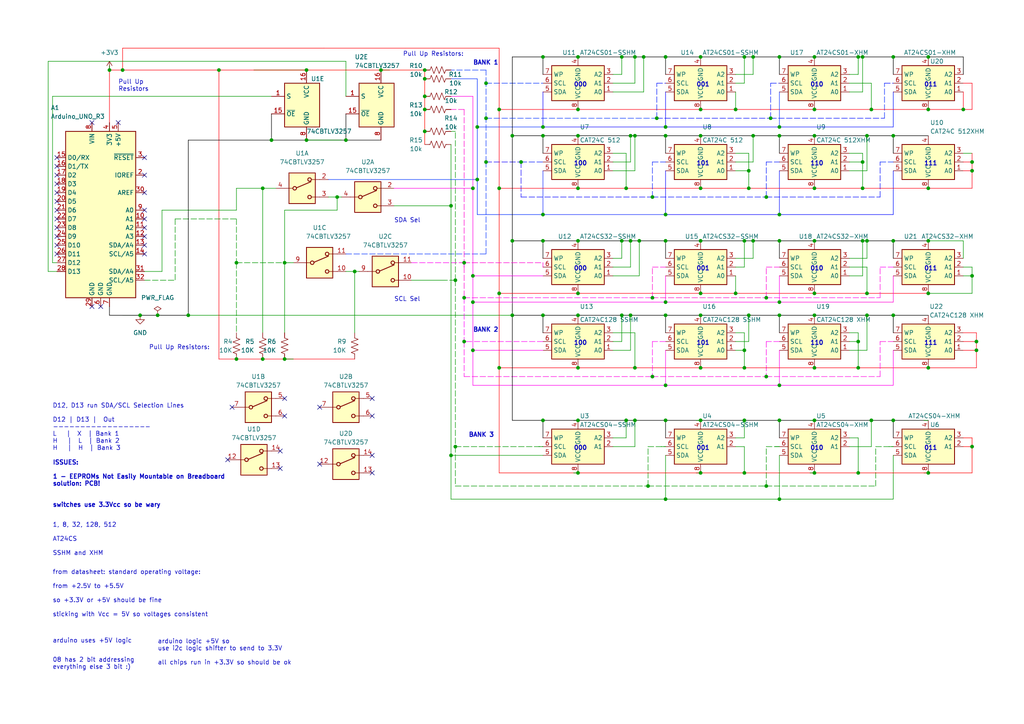
<source format=kicad_sch>
(kicad_sch (version 20231120) (generator "eeschema") (generator_version "8.0")
  (paper "A4")
  (junction (at 186.69 16.51))
  (junction (at 236.22 106.68))
  (junction (at 193.04 39.37))
  (junction (at 281.94 129.54))
  (junction (at 100.33 40.64))
  (junction (at 222.25 57.15))
  (junction (at 123.19 20.32))
  (junction (at 250.19 69.85))
  (junction (at 157.48 16.51))
  (junction (at 144.78 106.68))
  (junction (at 157.48 69.85))
  (junction (at 189.23 109.22))
  (junction (at 130.81 132.08))
  (junction (at 259.08 16.51))
  (junction (at 193.04 36.83))
  (junction (at 236.22 39.37))
  (junction (at 236.22 91.44))
  (junction (at 279.4 31.75))
  (junction (at 78.74 40.64))
  (junction (at 68.58 76.2))
  (junction (at 251.46 39.37))
  (junction (at 215.9 106.68))
  (junction (at 134.62 76.2))
  (junction (at 215.9 101.6))
  (junction (at 82.55 76.2))
  (junction (at 269.24 69.85))
  (junction (at 193.04 144.78))
  (junction (at 182.88 69.85))
  (junction (at 130.81 59.69))
  (junction (at 226.06 87.63))
  (junction (at 251.46 69.85))
  (junction (at 140.97 46.99))
  (junction (at 167.64 137.16))
  (junction (at 203.2 69.85))
  (junction (at 97.79 57.15))
  (junction (at 222.25 86.36))
  (junction (at 269.24 16.51))
  (junction (at 144.78 54.61))
  (junction (at 184.15 39.37))
  (junction (at 193.04 16.51))
  (junction (at 157.48 91.44))
  (junction (at 236.22 137.16))
  (junction (at 167.64 106.68))
  (junction (at 76.2 54.61))
  (junction (at 259.08 121.92))
  (junction (at 140.97 24.13))
  (junction (at 217.17 49.53))
  (junction (at 248.92 106.68))
  (junction (at 138.43 52.07))
  (junction (at 226.06 39.37))
  (junction (at 102.87 78.74))
  (junction (at 203.2 39.37))
  (junction (at 123.19 27.94))
  (junction (at 193.04 111.76))
  (junction (at 281.94 49.53))
  (junction (at 68.58 104.14))
  (junction (at 88.9 20.32))
  (junction (at 269.24 85.09))
  (junction (at 223.52 34.29))
  (junction (at 148.59 39.37))
  (junction (at 167.64 121.92))
  (junction (at 184.15 106.68))
  (junction (at 217.17 91.44))
  (junction (at 250.19 54.61))
  (junction (at 226.06 69.85))
  (junction (at 283.21 101.6))
  (junction (at 134.62 99.06))
  (junction (at 252.73 31.75))
  (junction (at 250.19 46.99))
  (junction (at 137.16 80.01))
  (junction (at 82.55 104.14))
  (junction (at 251.46 85.09))
  (junction (at 226.06 91.44))
  (junction (at 193.04 91.44))
  (junction (at 226.06 111.76))
  (junction (at 123.19 38.1))
  (junction (at 167.64 31.75))
  (junction (at 248.92 16.51))
  (junction (at 236.22 16.51))
  (junction (at 269.24 31.75))
  (junction (at 180.34 69.85))
  (junction (at 250.19 16.51))
  (junction (at 226.06 62.23))
  (junction (at 236.22 69.85))
  (junction (at 157.48 39.37))
  (junction (at 137.16 101.6))
  (junction (at 203.2 106.68))
  (junction (at 203.2 137.16))
  (junction (at 134.62 86.36))
  (junction (at 45.72 91.44))
  (junction (at 189.23 57.15))
  (junction (at 203.2 91.44))
  (junction (at 76.2 104.14))
  (junction (at 203.2 54.61))
  (junction (at 215.9 137.16))
  (junction (at 269.24 106.68))
  (junction (at 167.64 69.85))
  (junction (at 54.61 91.44))
  (junction (at 236.22 31.75))
  (junction (at 215.9 69.85))
  (junction (at 185.42 69.85))
  (junction (at 193.04 121.92))
  (junction (at 31.75 20.32))
  (junction (at 167.64 39.37))
  (junction (at 138.43 36.83))
  (junction (at 193.04 62.23))
  (junction (at 281.94 80.01))
  (junction (at 157.48 121.92))
  (junction (at 218.44 39.37))
  (junction (at 226.06 36.83))
  (junction (at 144.78 31.75))
  (junction (at 269.24 137.16))
  (junction (at 236.22 121.92))
  (junction (at 226.06 16.51))
  (junction (at 132.08 129.54))
  (junction (at 167.64 85.09))
  (junction (at 167.64 91.44))
  (junction (at 40.64 91.44))
  (junction (at 110.49 20.32))
  (junction (at 203.2 16.51))
  (junction (at 123.19 31.75))
  (junction (at 137.16 54.61))
  (junction (at 180.34 91.44))
  (junction (at 184.15 121.92))
  (junction (at 63.5 20.32))
  (junction (at 184.15 16.51))
  (junction (at 144.78 85.09))
  (junction (at 213.36 31.75))
  (junction (at 251.46 91.44))
  (junction (at 193.04 69.85))
  (junction (at 259.08 39.37))
  (junction (at 269.24 54.61))
  (junction (at 259.08 91.44))
  (junction (at 222.25 140.97))
  (junction (at 180.34 16.51))
  (junction (at 157.48 62.23))
  (junction (at 132.08 81.28))
  (junction (at 222.25 109.22))
  (junction (at 217.17 54.61))
  (junction (at 215.9 121.92))
  (junction (at 203.2 121.92))
  (junction (at 203.2 31.75))
  (junction (at 181.61 54.61))
  (junction (at 148.59 69.85))
  (junction (at 137.16 87.63))
  (junction (at 193.04 87.63))
  (junction (at 182.88 91.44))
  (junction (at 151.13 46.99))
  (junction (at 215.9 16.51))
  (junction (at 252.73 121.92))
  (junction (at 189.23 86.36))
  (junction (at 181.61 121.92))
  (junction (at 283.21 99.06))
  (junction (at 281.94 46.99))
  (junction (at 123.19 22.86))
  (junction (at 248.92 99.06))
  (junction (at 157.48 36.83))
  (junction (at 190.5 34.29))
  (junction (at 236.22 85.09))
  (junction (at 218.44 16.51))
  (junction (at 248.92 137.16))
  (junction (at 236.22 54.61))
  (junction (at 35.56 20.32))
  (junction (at 226.06 121.92))
  (junction (at 226.06 144.78))
  (junction (at 167.64 54.61))
  (junction (at 203.2 85.09))
  (junction (at 218.44 69.85))
  (junction (at 88.9 40.64))
  (junction (at 187.96 140.97))
  (junction (at 140.97 34.29))
  (junction (at 148.59 91.44))
  (junction (at 167.64 16.51))
  (junction (at 259.08 69.85))
  (junction (at 213.36 85.09))
  (junction (at 182.88 39.37))
  (no_connect (at 66.04 133.35))
  (no_connect (at 16.51 68.58))
  (no_connect (at 107.95 120.65))
  (no_connect (at 107.95 132.08))
  (no_connect (at 16.51 63.5))
  (no_connect (at 41.91 63.5))
  (no_connect (at 82.55 120.65))
  (no_connect (at 107.95 137.16))
  (no_connect (at 41.91 68.58))
  (no_connect (at 16.51 55.88))
  (no_connect (at 16.51 73.66))
  (no_connect (at 92.71 118.11))
  (no_connect (at 41.91 71.12))
  (no_connect (at 16.51 71.12))
  (no_connect (at 16.51 45.72))
  (no_connect (at 34.29 35.56))
  (no_connect (at 41.91 66.04))
  (no_connect (at 82.55 115.57))
  (no_connect (at 81.28 135.89))
  (no_connect (at 67.31 118.11))
  (no_connect (at 26.67 35.56))
  (no_connect (at 81.28 130.81))
  (no_connect (at 16.51 50.8))
  (no_connect (at 29.21 88.9))
  (no_connect (at 16.51 48.26))
  (no_connect (at 41.91 55.88))
  (no_connect (at 41.91 73.66))
  (no_connect (at 16.51 66.04))
  (no_connect (at 26.67 88.9))
  (no_connect (at 92.71 134.62))
  (no_connect (at 16.51 58.42))
  (no_connect (at 107.95 115.57))
  (no_connect (at 41.91 45.72))
  (no_connect (at 41.91 60.96))
  (no_connect (at 16.51 53.34))
  (no_connect (at 41.91 50.8))
  (no_connect (at 16.51 60.96))
  (wire (pts (xy 248.92 16.51) (xy 250.19 16.51)) (stroke (width 0) (color 0 0 0 1)))
  (wire (pts (xy 217.17 99.06) (xy 217.17 91.44)))
  (wire (pts (xy 177.8 49.53) (xy 184.15 49.53)))
  (wire (pts (xy 213.36 99.06) (xy 217.17 99.06)))
  (wire (pts (xy 215.9 137.16) (xy 236.22 137.16)) (stroke (width 0) (color 255 0 0 1)))
  (wire (pts (xy 88.9 40.64) (xy 99.06 40.64)))
  (wire (pts (xy 123.19 31.75) (xy 123.19 38.1)) (stroke (width 0) (color 255 11 0 1)))
  (wire (pts (xy 281.94 129.54) (xy 281.94 127)) (stroke (width 0) (color 255 0 0 1)))
  (wire (pts (xy 123.19 20.32) (xy 123.19 22.86)) (stroke (width 0) (color 255 11 0 1)))
  (wire (pts (xy 279.4 77.47) (xy 281.94 77.47)))
  (wire (pts (xy 218.44 74.93) (xy 218.44 69.85)))
  (wire (pts (xy 213.36 85.09) (xy 236.22 85.09)) (stroke (width 0) (color 255 0 17 1)))
  (wire (pts (xy 248.92 21.59) (xy 248.92 16.51)))
  (wire (pts (xy 279.4 80.01) (xy 281.94 80.01)))
  (wire (pts (xy 246.38 127) (xy 248.92 127)))
  (wire (pts (xy 246.38 129.54) (xy 252.73 129.54)))
  (wire (pts (xy 281.94 137.16) (xy 281.94 129.54)) (stroke (width 0) (color 255 0 0 1)))
  (wire (pts (xy 144.78 13.97) (xy 144.78 31.75)) (stroke (width 0) (color 255 0 7 1)))
  (wire (pts (xy 193.04 69.85) (xy 193.04 74.93)) (stroke (width 0) (color 0 0 0 1)))
  (wire (pts (xy 279.4 46.99) (xy 281.94 46.99)) (stroke (width 0) (color 255 0 19 1)))
  (wire (pts (xy 182.88 39.37) (xy 184.15 39.37)) (stroke (width 0) (color 0 0 0 1)))
  (wire (pts (xy 137.16 27.94) (xy 130.81 27.94)) (stroke (width 0) (color 255 0 225 1)))
  (wire (pts (xy 279.4 16.51) (xy 279.4 21.59)) (stroke (width 0) (color 0 0 0 1)))
  (wire (pts (xy 157.48 76.2) (xy 157.48 77.47)) (stroke (width 0) (type dash) (color 255 0 206 1)))
  (wire (pts (xy 213.36 49.53) (xy 217.17 49.53)))
  (wire (pts (xy 144.78 85.09) (xy 144.78 106.68)) (stroke (width 0) (color 255 0 17 1)))
  (wire (pts (xy 259.08 91.44) (xy 269.24 91.44)) (stroke (width 0) (color 0 0 0 1)))
  (wire (pts (xy 251.46 39.37) (xy 259.08 39.37)) (stroke (width 0) (color 0 0 0 1)))
  (wire (pts (xy 193.04 129.54) (xy 191.77 129.54)))
  (wire (pts (xy 137.16 80.01) (xy 137.16 87.63)) (stroke (width 0) (color 255 0 234 1)))
  (wire (pts (xy 226.06 144.78) (xy 226.06 132.08)))
  (wire (pts (xy 279.4 69.85) (xy 269.24 69.85)))
  (wire (pts (xy 100.33 78.74) (xy 102.87 78.74)))
  (wire (pts (xy 137.16 80.01) (xy 157.48 80.01)) (stroke (width 0) (color 255 0 244 1)))
  (wire (pts (xy 248.92 106.68) (xy 269.24 106.68)) (stroke (width 0) (color 255 0 17 1)))
  (wire (pts (xy 254 140.97) (xy 254 129.54)) (stroke (width 0) (type dash)))
  (wire (pts (xy 132.08 38.1) (xy 130.81 38.1)) (stroke (width 0) (type dash)))
  (wire (pts (xy 269.24 137.16) (xy 267.97 137.16)))
  (wire (pts (xy 184.15 39.37) (xy 193.04 39.37)) (stroke (width 0) (color 0 0 0 1)))
  (wire (pts (xy 134.62 76.2) (xy 133.35 76.2)) (stroke (width 0) (type dash) (color 255 0 207 1)))
  (wire (pts (xy 157.48 16.51) (xy 157.48 21.59)) (stroke (width 0) (color 0 0 0 1)))
  (wire (pts (xy 259.08 87.63) (xy 259.08 80.01)) (stroke (width 0) (color 255 12 213 1)))
  (wire (pts (xy 213.36 26.67) (xy 213.36 31.75)))
  (wire (pts (xy 215.9 101.6) (xy 215.9 106.68)))
  (wire (pts (xy 222.25 99.06) (xy 222.25 109.22)) (stroke (width 0) (type dash) (color 255 0 231 1)))
  (wire (pts (xy 279.4 44.45) (xy 281.94 44.45)))
  (wire (pts (xy 186.69 16.51) (xy 193.04 16.51)) (stroke (width 0) (color 0 0 0 1)))
  (wire (pts (xy 177.8 74.93) (xy 180.34 74.93)))
  (wire (pts (xy 281.94 54.61) (xy 281.94 49.53)) (stroke (width 0) (color 255 0 19 1)))
  (wire (pts (xy 259.08 62.23) (xy 259.08 49.53)) (stroke (width 0) (color 1 20 255 1)))
  (wire (pts (xy 246.38 46.99) (xy 250.19 46.99)))
  (wire (pts (xy 246.38 101.6) (xy 251.46 101.6)))
  (wire (pts (xy 203.2 69.85) (xy 215.9 69.85)) (stroke (width 0) (color 0 0 0 1)))
  (wire (pts (xy 248.92 99.06) (xy 248.92 106.68)))
  (wire (pts (xy 246.38 80.01) (xy 250.19 80.01)))
  (wire (pts (xy 259.08 39.37) (xy 269.24 39.37)) (stroke (width 0) (color 0 0 0 1)))
  (wire (pts (xy 217.17 91.44) (xy 226.06 91.44)) (stroke (width 0) (color 0 0 0 1)))
  (wire (pts (xy 177.8 101.6) (xy 182.88 101.6)))
  (wire (pts (xy 236.22 54.61) (xy 250.19 54.61)) (stroke (width 0) (color 255 0 19 1)))
  (wire (pts (xy 187.96 140.97) (xy 187.96 129.54)) (stroke (width 0) (type dash)))
  (wire (pts (xy 95.25 52.07) (xy 138.43 52.07)) (stroke (width 0) (color 0 51 255 1)))
  (wire (pts (xy 189.23 57.15) (xy 222.25 57.15)) (stroke (width 0) (type dash) (color 4 15 255 1)))
  (wire (pts (xy 182.88 69.85) (xy 185.42 69.85)) (stroke (width 0) (color 0 0 0 1)))
  (wire (pts (xy 259.08 111.76) (xy 259.08 101.6)) (stroke (width 0) (color 255 0 234 1)))
  (wire (pts (xy 148.59 91.44) (xy 148.59 121.92)) (stroke (width 0) (color 0 0 0 1)))
  (wire (pts (xy 148.59 39.37) (xy 157.48 39.37)) (stroke (width 0) (color 0 0 0 1)))
  (wire (pts (xy 281.94 127) (xy 279.4 127)) (stroke (width 0) (color 255 0 0 1)))
  (wire (pts (xy 137.16 54.61) (xy 137.16 80.01)) (stroke (width 0) (color 255 0 225 1)))
  (wire (pts (xy 180.34 99.06) (xy 180.34 91.44)))
  (wire (pts (xy 259.08 16.51) (xy 269.24 16.51)) (stroke (width 0) (color 0 0 0 1)))
  (wire (pts (xy 259.08 36.83) (xy 259.08 26.67)) (stroke (width 0) (color 2 23 255 1)))
  (wire (pts (xy 259.08 144.78) (xy 259.08 132.08)))
  (wire (pts (xy 203.2 16.51) (xy 215.9 16.51)) (stroke (width 0) (color 0 0 0 1)))
  (wire (pts (xy 246.38 77.47) (xy 251.46 77.47)))
  (wire (pts (xy 151.13 57.15) (xy 189.23 57.15)) (stroke (width 0) (type dash) (color 0 1 255 1)))
  (wire (pts (xy 31.75 91.44) (xy 40.64 91.44)) (stroke (width 0) (color 0 0 0 1)))
  (wire (pts (xy 40.64 91.44) (xy 45.72 91.44)) (stroke (width 0) (color 0 0 0 1)))
  (wire (pts (xy 104.14 78.74) (xy 102.87 78.74)))
  (wire (pts (xy 157.48 69.85) (xy 167.64 69.85)) (stroke (width 0) (color 0 0 0 1)))
  (wire (pts (xy 250.19 16.51) (xy 250.19 26.67)))
  (wire (pts (xy 68.58 63.5) (xy 68.58 76.2)) (stroke (width 0) (type dash)))
  (wire (pts (xy 217.17 49.53) (xy 217.17 54.61)))
  (wire (pts (xy 140.97 20.32) (xy 130.81 20.32)) (stroke (width 0) (type dash) (color 6 52 255 1)))
  (wire (pts (xy 137.16 101.6) (xy 157.48 101.6)) (stroke (width 0) (color 255 0 234 1)))
  (wire (pts (xy 15.24 76.2) (xy 16.51 76.2)))
  (wire (pts (xy 73.66 20.32) (xy 88.9 20.32)))
  (wire (pts (xy 40.64 91.44) (xy 35.56 91.44)))
  (wire (pts (xy 123.19 38.1) (xy 123.19 41.91)) (stroke (width 0) (color 255 11 0 1)))
  (wire (pts (xy 157.48 62.23) (xy 193.04 62.23)) (stroke (width 0) (color 18 42 255 1)))
  (wire (pts (xy 222.25 86.36) (xy 255.27 86.36)) (stroke (width 0) (type dash) (color 255 0 230 1)))
  (wire (pts (xy 134.62 76.2) (xy 157.48 76.2)) (stroke (width 0) (type dash) (color 255 0 206 1)))
  (wire (pts (xy 283.21 96.52) (xy 279.4 96.52)) (stroke (width 0) (color 255 0 17 1)))
  (wire (pts (xy 226.06 16.51) (xy 236.22 16.51)) (stroke (width 0) (color 0 0 0 1)))
  (wire (pts (xy 222.25 109.22) (xy 255.27 109.22)) (stroke (width 0) (type dash) (color 255 12 225 1)))
  (wire (pts (xy 181.61 127) (xy 181.61 121.92)))
  (wire (pts (xy 137.16 54.61) (xy 137.16 27.94)) (stroke (width 0) (color 255 0 225 1)))
  (wire (pts (xy 226.06 129.54) (xy 224.79 129.54)))
  (wire (pts (xy 35.56 13.97) (xy 93.98 13.97)) (stroke (width 0) (color 255 0 6 1)))
  (wire (pts (xy 251.46 85.09) (xy 269.24 85.09)) (stroke (width 0) (color 255 0 17 1)))
  (wire (pts (xy 132.08 129.54) (xy 157.48 129.54)) (stroke (width 0) (type dash)))
  (wire (pts (xy 184.15 121.92) (xy 193.04 121.92)) (stroke (width 0) (color 0 0 0 1)))
  (wire (pts (xy 226.06 91.44) (xy 226.06 96.52)) (stroke (width 0) (color 0 0 0 1)))
  (wire (pts (xy 193.04 62.23) (xy 193.04 49.53)) (stroke (width 0) (color 5 0 255 1)))
  (wire (pts (xy 190.5 24.13) (xy 193.04 24.13)) (stroke (width 0) (type dash) (color 0 11 255 1)))
  (wire (pts (xy 218.44 39.37) (xy 226.06 39.37)) (stroke (width 0) (color 0 0 0 1)))
  (wire (pts (xy 259.08 121.92) (xy 269.24 121.92)) (stroke (width 0) (color 0 0 0 1)))
  (wire (pts (xy 222.25 140.97) (xy 222.25 129.54)) (stroke (width 0) (type dash)))
  (wire (pts (xy 281.94 129.54) (xy 279.4 129.54)) (stroke (width 0) (color 255 0 0 1)))
  (wire (pts (xy 102.87 78.74) (xy 102.87 96.52)))
  (wire (pts (xy 114.3 54.61) (xy 137.16 54.61)) (stroke (width 0) (color 255 0 225 1)))
  (wire (pts (xy 140.97 73.66) (xy 140.97 46.99)) (stroke (width 0) (type dash) (color 6 52 255 1)))
  (wire (pts (xy 157.48 69.85) (xy 157.48 74.93)) (stroke (width 0) (color 0 0 0 1)))
  (wire (pts (xy 157.48 26.67) (xy 157.48 36.83)) (stroke (width 0) (color 7 0 255 1)))
  (wire (pts (xy 167.64 106.68) (xy 184.15 106.68)) (stroke (width 0) (color 255 0 17 1)))
  (wire (pts (xy 119.38 76.2) (xy 133.35 76.2)) (stroke (width 0) (type dash) (color 255 0 237 1)))
  (wire (pts (xy 100.33 27.94) (xy 100.33 17.78)))
  (wire (pts (xy 213.36 24.13) (xy 215.9 24.13)))
  (wire (pts (xy 63.5 104.14) (xy 68.58 104.14)) (stroke (width 0) (color 255 0 13 1)))
  (wire (pts (xy 110.49 20.32) (xy 123.19 20.32)) (stroke (width 0) (color 255 11 0 1)))
  (wire (pts (xy 167.64 31.75) (xy 203.2 31.75)) (stroke (width 0) (color 255 0 19 1)))
  (wire (pts (xy 13.97 78.74) (xy 16.51 78.74)))
  (wire (pts (xy 222.25 86.36) (xy 222.25 77.47)) (stroke (width 0) (type dash) (color 255 0 211 1)))
  (wire (pts (xy 269.24 106.68) (xy 283.21 106.68)) (stroke (width 0) (color 255 0 17 1)))
  (wire (pts (xy 236.22 31.75) (xy 252.73 31.75)) (stroke (width 0) (color 255 0 19 1)))
  (wire (pts (xy 157.48 39.37) (xy 167.64 39.37)) (stroke (width 0) (color 0 0 0 1)))
  (wire (pts (xy 144.78 85.09) (xy 167.64 85.09)) (stroke (width 0) (color 255 0 17 1)))
  (wire (pts (xy 193.04 62.23) (xy 226.06 62.23)) (stroke (width 0) (color 5 0 255 1)))
  (wire (pts (xy 281.94 31.75) (xy 281.94 24.13)) (stroke (width 0) (color 255 0 19 1)))
  (wire (pts (xy 226.06 39.37) (xy 236.22 39.37)) (stroke (width 0) (color 0 0 0 1)))
  (wire (pts (xy 181.61 44.45) (xy 181.61 54.61)))
  (wire (pts (xy 259.08 129.54) (xy 257.81 129.54)))
  (wire (pts (xy 63.5 20.32) (xy 73.66 20.32)) (stroke (width 0) (color 255 0 13 1)))
  (wire (pts (xy 251.46 91.44) (xy 259.08 91.44)) (stroke (width 0) (color 0 0 0 1)))
  (wire (pts (xy 54.61 40.64) (xy 54.61 91.44)) (stroke (width 0) (color 0 0 0 1)))
  (wire (pts (xy 218.44 69.85) (xy 226.06 69.85)) (stroke (width 0) (color 0 0 0 1)))
  (wire (pts (xy 215.9 129.54) (xy 215.9 137.16)))
  (wire (pts (xy 41.91 81.28) (xy 50.8 81.28)) (stroke (width 0) (type dash)))
  (wire (pts (xy 193.04 16.51) (xy 193.04 21.59)) (stroke (width 0) (color 0 0 0 1)))
  (wire (pts (xy 31.75 20.32) (xy 31.75 35.56)) (stroke (width 0) (color 255 0 13 1)))
  (wire (pts (xy 148.59 39.37) (xy 148.59 69.85)) (stroke (width 0) (color 0 0 0 1)))
  (wire (pts (xy 223.52 34.29) (xy 256.54 34.29)) (stroke (width 0) (type dash) (color 0 14 255 1)))
  (wire (pts (xy 134.62 86.36) (xy 189.23 86.36)) (stroke (width 0) (type dash) (color 255 0 231 1)))
  (wire (pts (xy 279.4 31.75) (xy 279.4 26.67)) (stroke (width 0) (color 255 0 19 1)))
  (wire (pts (xy 236.22 106.68) (xy 248.92 106.68)) (stroke (width 0) (color 255 0 17 1)))
  (wire (pts (xy 189.23 46.99) (xy 193.04 46.99)) (stroke (width 0) (type dash) (color 0 29 255 1)))
  (wire (pts (xy 54.61 91.44) (xy 148.59 91.44)))
  (wire (pts (xy 193.04 69.85) (xy 203.2 69.85)) (stroke (width 0) (color 0 0 0 1)))
  (wire (pts (xy 269.24 54.61) (xy 281.94 54.61)) (stroke (width 0) (color 255 0 19 1)))
  (wire (pts (xy 236.22 137.16) (xy 248.92 137.16)) (stroke (width 0) (color 255 0 0 1)))
  (wire (pts (xy 68.58 76.2) (xy 68.58 96.52)) (stroke (width 0) (type dash)))
  (wire (pts (xy 76.2 54.61) (xy 76.2 96.52)))
  (wire (pts (xy 252.73 24.13) (xy 252.73 31.75)))
  (wire (pts (xy 148.59 69.85) (xy 157.48 69.85)) (stroke (width 0) (color 0 0 0 1)))
  (wire (pts (xy 167.64 85.09) (xy 203.2 85.09)) (stroke (width 0) (color 255 0 17 1)))
  (wire (pts (xy 203.2 106.68) (xy 215.9 106.68)) (stroke (width 0) (color 255 0 17 1)))
  (wire (pts (xy 250.19 44.45) (xy 250.19 46.99)))
  (wire (pts (xy 250.19 80.01) (xy 250.19 69.85)))
  (wire (pts (xy 137.16 87.63) (xy 193.04 87.63)) (stroke (width 0) (color 255 0 234 1)))
  (wire (pts (xy 222.25 77.47) (xy 226.06 77.47)) (stroke (width 0) (type dash) (color 255 0 214 1)))
  (wire (pts (xy 184.15 49.53) (xy 184.15 39.37)))
  (wire (pts (xy 203.2 91.44) (xy 217.17 91.44)) (stroke (width 0) (color 0 0 0 1)))
  (wire (pts (xy 144.78 106.68) (xy 144.78 137.16)) (stroke (width 0) (color 255 18 22 1)))
  (wire (pts (xy 193.04 121.92) (xy 193.04 127)) (stroke (width 0) (color 0 0 0 1)))
  (wire (pts (xy 137.16 101.6) (xy 137.16 111.76)) (stroke (width 0) (color 255 0 234 1)))
  (wire (pts (xy 138.43 36.83) (xy 157.48 36.83)) (stroke (width 0) (color 0 43 255 1)))
  (wire (pts (xy 218.44 16.51) (xy 226.06 16.51)) (stroke (width 0) (color 0 0 0 1)))
  (wire (pts (xy 218.44 16.51) (xy 218.44 21.59)))
  (wire (pts (xy 251.46 101.6) (xy 251.46 91.44)))
  (wire (pts (xy 181.61 54.61) (xy 203.2 54.61)) (stroke (width 0) (color 255 0 19 1)))
  (wire (pts (xy 213.36 31.75) (xy 236.22 31.75)) (stroke (width 0) (color 255 0 19 1)))
  (wire (pts (xy 254 129.54) (xy 259.08 129.54)) (stroke (width 0) (type dash)))
  (wire (pts (xy 236.22 69.85) (xy 250.19 69.85)) (stroke (width 0) (color 0 0 0 1)))
  (wire (pts (xy 140.97 46.99) (xy 140.97 34.29)) (stroke (width 0) (type dash) (color 6 52 255 1)))
  (wire (pts (xy 218.44 46.99) (xy 218.44 39.37)))
  (wire (pts (xy 203.2 137.16) (xy 201.93 137.16)))
  (wire (pts (xy 236.22 91.44) (xy 251.46 91.44)) (stroke (width 0) (color 0 0 0 1)))
  (wire (pts (xy 134.62 99.06) (xy 134.62 109.22)) (stroke (width 0) (type dash) (color 255 0 233 1)))
  (wire (pts (xy 167.64 39.37) (xy 182.88 39.37)) (stroke (width 0) (color 0 0 0 1)))
  (wire (pts (xy 190.5 34.29) (xy 223.52 34.29)) (stroke (width 0) (type dash) (color 0 11 255 1)))
  (wire (pts (xy 110.49 20.32) (xy 113.03 20.32)))
  (wire (pts (xy 259.08 16.51) (xy 259.08 21.59)) (stroke (width 0) (color 0 0 0 1)))
  (wire (pts (xy 167.64 31.75) (xy 144.78 31.75)) (stroke (width 0) (color 255 0 19 1)))
  (wire (pts (xy 167.64 91.44) (xy 180.34 91.44)) (stroke (width 0) (color 0 0 0 1)))
  (wire (pts (xy 114.3 59.69) (xy 130.81 59.69)))
  (wire (pts (xy 185.42 69.85) (xy 193.04 69.85)) (stroke (width 0) (color 0 0 0 1)))
  (wire (pts (xy 180.34 74.93) (xy 180.34 69.85)))
  (wire (pts (xy 279.4 49.53) (xy 281.94 49.53)) (stroke (width 0) (color 255 0 19 1)))
  (wire (pts (xy 134.62 77.47) (xy 134.62 86.36)) (stroke (width 0) (type dash) (color 255 0 209 1)))
  (wire (pts (xy 203.2 31.75) (xy 213.36 31.75)) (stroke (width 0) (color 255 0 19 1)))
  (wire (pts (xy 252.73 121.92) (xy 259.08 121.92)) (stroke (width 0) (color 0 0 0 1)))
  (wire (pts (xy 144.78 54.61) (xy 167.64 54.61)) (stroke (width 0) (color 255 0 19 1)))
  (wire (pts (xy 269.24 16.51) (xy 279.4 16.51)) (stroke (width 0) (color 0 0 0 1)))
  (wire (pts (xy 167.64 137.16) (xy 203.2 137.16)) (stroke (width 0) (color 255 0 0 1)))
  (wire (pts (xy 215.9 16.51) (xy 218.44 16.51)) (stroke (width 0) (color 0 0 0 1)))
  (wire (pts (xy 88.9 40.64) (xy 100.33 40.64)) (stroke (width 0) (color 0 0 0 1)))
  (wire (pts (xy 157.48 39.37) (xy 157.48 44.45)) (stroke (width 0) (color 0 0 0 1)))
  (wire (pts (xy 187.96 129.54) (xy 193.04 129.54)) (stroke (width 0) (type dash)))
  (wire (pts (xy 255.27 86.36) (xy 255.27 77.47)) (stroke (width 0) (type dash) (color 255 8 223 1)))
  (wire (pts (xy 248.92 96.52) (xy 248.92 99.06)))
  (wire (pts (xy 41.91 78.74) (xy 46.99 78.74)))
  (wire (pts (xy 213.36 46.99) (xy 218.44 46.99)))
  (wire (pts (xy 167.64 121.92) (xy 166.37 121.92)))
  (wire (pts (xy 180.34 16.51) (xy 184.15 16.51)) (stroke (width 0) (color 0 0 0 1)))
  (wire (pts (xy 177.8 99.06) (xy 180.34 99.06)))
  (wire (pts (xy 100.33 73.66) (xy 140.97 73.66)) (stroke (width 0) (type dash) (color 6 52 255 1)))
  (wire (pts (xy 189.23 99.06) (xy 189.23 109.22)) (stroke (width 0) (type dash) (color 255 0 241 1)))
  (wire (pts (xy 251.46 77.47) (xy 251.46 85.09)))
  (wire (pts (xy 134.62 31.75) (xy 134.62 76.2)) (stroke (width 0) (type dash) (color 255 0 207 1)))
  (wire (pts (xy 148.59 69.85) (xy 148.59 91.44)) (stroke (width 0) (color 0 0 0 1)))
  (wire (pts (xy 251.46 69.85) (xy 259.08 69.85)) (stroke (width 0) (color 0 0 0 1)))
  (wire (pts (xy 193.04 36.83) (xy 226.06 36.83)) (stroke (width 0) (color 5 0 255 1)))
  (wire (pts (xy 63.5 20.32) (xy 63.5 104.14)) (stroke (width 0) (color 255 0 13 1)))
  (wire (pts (xy 250.19 46.99) (xy 250.19 54.61)))
  (wire (pts (xy 68.58 54.61) (xy 76.2 54.61)))
  (wire (pts (xy 246.38 74.93) (xy 251.46 74.93)))
  (wire (pts (xy 279.4 31.75) (xy 281.94 31.75)) (stroke (width 0) (color 255 0 19 1)))
  (wire (pts (xy 259.08 69.85) (xy 269.24 69.85)) (stroke (width 0) (color 0 0 0 1)))
  (wire (pts (xy 246.38 99.06) (xy 248.92 99.06)))
  (wire (pts (xy 144.78 54.61) (xy 144.78 85.09)) (stroke (width 0) (color 255 2 0 1)))
  (wire (pts (xy 193.04 87.63) (xy 193.04 80.01)) (stroke (width 0) (color 255 3 216 1)))
  (wire (pts (xy 134.62 76.2) (xy 134.62 77.47)) (stroke (width 0) (type dash) (color 255 0 206 1)))
  (wire (pts (xy 226.06 36.83) (xy 259.08 36.83)) (stroke (width 0) (color 0 12 255 1)))
  (wire (pts (xy 100.33 40.64) (xy 110.49 40.64)) (stroke (width 0) (color 0 0 0 1)))
  (wire (pts (xy 134.62 86.36) (xy 134.62 99.06)) (stroke (width 0) (type dash) (color 255 0 254 1)))
  (wire (pts (xy 226.06 16.51) (xy 226.06 21.59)) (stroke (width 0) (color 0 0 0 1)))
  (wire (pts (xy 134.62 76.2) (xy 134.62 77.47)) (stroke (width 0) (type dash) (color 255 0 207 1)))
  (wire (pts (xy 226.06 99.06) (xy 222.25 99.06)) (stroke (width 0) (type dash) (color 255 7 244 1)))
  (wire (pts (xy 193.04 39.37) (xy 203.2 39.37)) (stroke (width 0) (color 0 0 0 1)))
  (wire (pts (xy 215.9 77.47) (xy 215.9 69.85)))
  (wire (pts (xy 140.97 34.29) (xy 190.5 34.29)) (stroke (width 0) (type dash) (color 11 57 255 1)))
  (wire (pts (xy 95.25 57.15) (xy 97.79 57.15)))
  (wire (pts (xy 193.04 144.78) (xy 226.06 144.78)))
  (wire (pts (xy 189.23 77.47) (xy 193.04 77.47)) (stroke (width 0) (type dash) (color 255 0 214 1)))
  (wire (pts (xy 157.48 121.92) (xy 157.48 127)) (stroke (width 0) (color 0 0 0 1)))
  (wire (pts (xy 177.8 24.13) (xy 184.15 24.13)))
  (wire (pts (xy 157.48 49.53) (xy 157.48 62.23)) (stroke (width 0) (color 18 42 255 1)))
  (wire (pts (xy 215.9 69.85) (xy 218.44 69.85)) (stroke (width 0) (color 0 0 0 1)))
  (wire (pts (xy 255.27 99.06) (xy 259.08 99.06)) (stroke (width 0) (type dash) (color 255 6 214 1)))
  (wire (pts (xy 226.06 62.23) (xy 226.06 49.53)) (stroke (width 0) (color 11 19 255 1)))
  (wire (pts (xy 259.08 69.85) (xy 259.08 74.93)) (stroke (width 0) (color 0 0 0 1)))
  (wire (pts (xy 251.46 74.93) (xy 251.46 69.85)))
  (wire (pts (xy 255.27 57.15) (xy 255.27 46.99)) (stroke (width 0) (type dash) (color 0 14 255 1)))
  (wire (pts (xy 215.9 16.51) (xy 215.9 24.13)))
  (wire (pts (xy 215.9 127) (xy 215.9 121.92)))
  (wire (pts (xy 137.16 87.63) (xy 137.16 101.6)) (stroke (width 0) (color 255 0 234 1)))
  (wire (pts (xy 193.04 101.6) (xy 193.04 111.76)) (stroke (width 0) (color 255 0 234 1)))
  (wire (pts (xy 213.36 96.52) (xy 215.9 96.52)))
  (wire (pts (xy 279.4 74.93) (xy 279.4 69.85)))
  (wire (pts (xy 255.27 46.99) (xy 259.08 46.99)) (stroke (width 0) (type dash) (color 0 40 255 1)))
  (wire (pts (xy 283.21 99.06) (xy 283.21 96.52)) (stroke (width 0) (color 255 0 17 1)))
  (wire (pts (xy 54.61 40.64) (xy 78.74 40.64)) (stroke (width 0) (color 0 0 0 1)))
  (wire (pts (xy 167.64 16.51) (xy 180.34 16.51)) (stroke (width 0) (color 0 0 0 1)))
  (wire (pts (xy 189.23 57.15) (xy 189.23 46.99)) (stroke (width 0) (type dash) (color 3 26 255 1)))
  (wire (pts (xy 68.58 76.2) (xy 82.55 76.2)) (stroke (width 0) (type dash)))
  (wire (pts (xy 97.79 60.96) (xy 82.55 60.96)))
  (wire (pts (xy 246.38 96.52) (xy 248.92 96.52)))
  (wire (pts (xy 157.48 121.92) (xy 167.64 121.92)) (stroke (width 0) (color 0 0 0 1)))
  (wire (pts (xy 226.06 62.23) (xy 259.08 62.23)) (stroke (width 0) (color 0 4 255 1)))
  (wire (pts (xy 31.75 20.32) (xy 35.56 20.32)) (stroke (width 0) (color 255 0 13 1)))
  (wire (pts (xy 248.92 127) (xy 248.92 137.16)))
  (wire (pts (xy 203.2 121.92) (xy 201.93 121.92)))
  (wire (pts (xy 31.75 19.05) (xy 31.75 20.32)))
  (wire (pts (xy 255.27 109.22) (xy 255.27 99.06)) (stroke (width 0) (type dash) (color 255 0 231 1)))
  (wire (pts (xy 213.36 101.6) (xy 215.9 101.6)))
  (wire (pts (xy 236.22 16.51) (xy 248.92 16.51)) (stroke (width 0) (color 0 0 0 1)))
  (wire (pts (xy 123.19 22.86) (xy 123.19 27.94)) (stroke (width 0) (color 255 11 0 1)))
  (wire (pts (xy 251.46 49.53) (xy 251.46 39.37)))
  (wire (pts (xy 144.78 137.16) (xy 167.64 137.16)) (stroke (width 0) (color 255 0 0 1)))
  (wire (pts (xy 217.17 44.45) (xy 217.17 49.53)))
  (wire (pts (xy 68.58 104.14) (xy 76.2 104.14)) (stroke (width 0) (color 255 0 13 1)))
  (wire (pts (xy 134.62 31.75) (xy 130.81 31.75)) (stroke (width 0) (type dash) (color 255 0 207 1)))
  (wire (pts (xy 151.13 46.99) (xy 151.13 57.15)) (stroke (width 0) (type dash) (color 15 0 255 1)))
  (wire (pts (xy 137.16 111.76) (xy 193.04 111.76)) (stroke (width 0) (color 255 0 234 1)))
  (wire (pts (xy 281.94 85.09) (xy 269.24 85.09)))
  (wire (pts (xy 215.9 106.68) (xy 236.22 106.68)) (stroke (width 0) (color 255 0 17 1)))
  (wire (pts (xy 177.8 46.99) (xy 182.88 46.99)))
  (wire (pts (xy 157.48 36.83) (xy 193.04 36.83)) (stroke (width 0) (color 7 0 255 1)))
  (wire (pts (xy 78.74 40.64) (xy 88.9 40.64)) (stroke (width 0) (color 0 0 0 1)))
  (wire (pts (xy 193.04 39.37) (xy 193.04 44.45)) (stroke (width 0) (color 0 0 0 1)))
  (wire (pts (xy 215.9 121.92) (xy 226.06 121.92)) (stroke (width 0) (color 0 0 0 1)))
  (wire (pts (xy 177.8 21.59) (xy 180.34 21.59)))
  (wire (pts (xy 138.43 36.83) (xy 138.43 52.07)) (stroke (width 0) (color 0 43 255 1)))
  (wire (pts (xy 182.88 46.99) (xy 182.88 39.37)))
  (wire (pts (xy 223.52 34.29) (xy 223.52 24.13)) (stroke (width 0) (type dash) (color 0 20 255 1)))
  (wire (pts (xy 203.2 85.09) (xy 213.36 85.09)) (stroke (width 0) (color 255 0 17 1)))
  (wire (pts (xy 82.55 76.2) (xy 82.55 96.52)))
  (wire (pts (xy 184.15 96.52) (xy 184.15 106.68)))
  (wire (pts (xy 130.81 59.69) (xy 130.81 41.91)))
  (wire (pts (xy 193.04 87.63) (xy 226.06 87.63)) (stroke (width 0) (color 255 0 221 1)))
  (wire (pts (xy 256.54 24.13) (xy 259.08 24.13)) (stroke (width 0) (type dash) (color 0 11 255 1)))
  (wire (pts (xy 226.06 111.76) (xy 259.08 111.76)) (stroke (width 0) (color 255 0 234 1)))
  (wire (pts (xy 193.04 144.78) (xy 193.04 132.08)))
  (wire (pts (xy 281.94 80.01) (xy 281.94 85.09)))
  (wire (pts (xy 76.2 104.14) (xy 82.55 104.14)) (stroke (width 0) (color 255 0 13 1)))
  (wire (pts (xy 255.27 77.47) (xy 259.08 77.47)) (stroke (width 0) (type dash) (color 255 0 251 1)))
  (wire (pts (xy 189.23 86.36) (xy 189.23 77.47)) (stroke (width 0) (type dash) (color 255 0 202 1)))
  (wire (pts (xy 167.64 121.92) (xy 181.61 121.92)) (stroke (width 0) (color 0 0 0 1)))
  (wire (pts (xy 157.48 16.51) (xy 148.59 16.51)) (stroke (width 0) (color 0 0 0 1)))
  (wire (pts (xy 180.34 21.59) (xy 180.34 16.51)))
  (wire (pts (xy 157.48 91.44) (xy 167.64 91.44)) (stroke (width 0) (color 0 0 0 1)))
  (wire (pts (xy 246.38 26.67) (xy 250.19 26.67)))
  (wire (pts (xy 73.66 20.32) (xy 88.9 20.32)) (stroke (width 0) (color 255 11 0 1)))
  (wire (pts (xy 236.22 137.16) (xy 234.95 137.16)))
  (wire (pts (xy 180.34 69.85) (xy 182.88 69.85)) (stroke (width 0) (color 0 0 0 1)))
  (wire (pts (xy 184.15 129.54) (xy 184.15 121.92)))
  (wire (pts (xy 184.15 16.51) (xy 186.69 16.51)) (stroke (width 0) (color 0 0 0 1)))
  (wire (pts (xy 167.64 16.51) (xy 157.48 16.51)) (stroke (width 0) (color 0 0 0 1)))
  (wire (pts (xy 193.04 121.92) (xy 203.2 121.92)) (stroke (width 0) (color 0 0 0 1)))
  (wire (pts (xy 226.06 121.92) (xy 226.06 127)) (stroke (width 0) (color 0 0 0 1)))
  (wire (pts (xy 222.25 57.15) (xy 255.27 57.15)) (stroke (width 0) (type dash) (color 0 8 255 1)))
  (wire (pts (xy 157.48 129.54) (xy 156.21 129.54)))
  (wire (pts (xy 269.24 137.16) (xy 281.94 137.16)) (stroke (width 0) (color 255 0 0 1)))
  (wire (pts (xy 269.24 121.92) (xy 267.97 121.92)))
  (wire (pts (xy 193.04 111.76) (xy 226.06 111.76)) (stroke (width 0) (color 255 0 234 1)))
  (wire (pts (xy 215.9 96.52) (xy 215.9 101.6)))
  (wire (pts (xy 259.08 91.44) (xy 259.08 96.52)) (stroke (width 0) (color 0 0 0 1)))
  (wire (pts (xy 203.2 137.16) (xy 215.9 137.16)) (stroke (width 0) (color 255 0 0 1)))
  (wire (pts (xy 50.8 63.5) (xy 68.58 63.5)) (stroke (width 0) (type dash)))
  (wire (pts (xy 68.58 60.96) (xy 68.58 54.61)))
  (wire (pts (xy 180.34 91.44) (xy 182.88 91.44)) (stroke (width 0) (color 0 0 0 1)))
  (wire (pts (xy 256.54 34.29) (xy 256.54 24.13)) (stroke (width 0) (type dash) (color 0 36 255 1)))
  (wire (pts (xy 177.8 80.01) (xy 185.42 80.01)))
  (wire (pts (xy 226.06 144.78) (xy 259.08 144.78)))
  (wire (pts (xy 177.8 77.47) (xy 182.88 77.47)))
  (wire (pts (xy 213.36 44.45) (xy 217.17 44.45)))
  (wire (pts (xy 283.21 106.68) (xy 283.21 101.6)) (stroke (width 0) (color 255 0 17 1)))
  (wire (pts (xy 203.2 121.92) (xy 215.9 121.92)) (stroke (width 0) (color 0 0 0 1)))
  (wire (pts (xy 252.73 129.54) (xy 252.73 121.92)))
  (wire (pts (xy 246.38 21.59) (xy 248.92 21.59)))
  (wire (pts (xy 252.73 31.75) (xy 269.24 31.75)) (stroke (width 0) (color 255 0 19 1)))
  (wire (pts (xy 82.55 60.96) (xy 82.55 76.2)))
  (wire (pts (xy 148.59 91.44) (xy 157.48 91.44)) (stroke (width 0) (color 0 0 0 1)))
  (wire (pts (xy 182.88 101.6) (xy 182.88 91.44)))
  (wire (pts (xy 250.19 54.61) (xy 269.24 54.61)) (stroke (width 0) (color 255 0 19 1)))
  (wire (pts (xy 222.25 57.15) (xy 222.25 46.99)) (stroke (width 0) (type dash) (color 0 23 255 1)))
  (wire (pts (xy 283.21 101.6) (xy 283.21 99.06)) (stroke (width 0) (color 255 0 17 1)))
  (wire (pts (xy 140.97 24.13) (xy 157.48 24.13)) (stroke (width 0) (type dash) (color 6 52 255 1)))
  (wire (pts (xy 140.97 34.29) (xy 140.97 24.13)) (stroke (width 0) (type dash) (color 6 52 255 1)))
  (wire (pts (xy 151.13 46.99) (xy 157.48 46.99)) (stroke (width 0) (type dash) (color 0 20 255 1)))
  (wire (pts (xy 82.55 104.14) (xy 85.09 104.14)))
  (wire (pts (xy 193.04 91.44) (xy 203.2 91.44)) (stroke (width 0) (color 0 0 0 1)))
  (wire (pts (xy 213.36 127) (xy 215.9 127)))
  (wire (pts (xy 31.75 91.44) (xy 31.75 88.9)) (stroke (width 0) (color 0 0 0 1)))
  (wire (pts (xy 213.36 21.59) (xy 218.44 21.59)))
  (wire (pts (xy 130.81 144.78) (xy 193.04 144.78)))
  (wire (pts (xy 213.36 129.54) (xy 215.9 129.54)))
  (wire (pts (xy 203.2 54.61) (xy 217.17 54.61)) (stroke (width 0) (color 255 0 19 1)))
  (wire (pts (xy 222.25 129.54) (xy 226.06 129.54)) (stroke (width 0) (type dash)))
  (wire (pts (xy 226.06 87.63) (xy 226.06 80.01)) (stroke (width 0) (color 255 0 239 1)))
  (wire (pts (xy 190.5 34.29) (xy 190.5 24.13)) (stroke (width 0) (type dash) (color 3 26 255 1)))
  (wire (pts (xy 187.96 140.97) (xy 222.25 140.97)) (stroke (width 0) (type dash)))
  (wire (pts (xy 193.04 16.51) (xy 203.2 16.51)) (stroke (width 0) (color 0 0 0 1)))
  (wire (pts (xy 138.43 62.23) (xy 138.43 52.07)) (stroke (width 0) (color 0 43 255 1)))
  (wire (pts (xy 281.94 49.53) (xy 281.94 46.99)) (stroke (width 0) (color 255 0 19 1)))
  (wire (pts (xy 13.97 17.78) (xy 13.97 78.74)))
  (wire (pts (xy 100.33 17.78) (xy 13.97 17.78)))
  (wire (pts (xy 82.55 104.14) (xy 102.87 104.14)) (stroke (width 0) (color 255 0 13 1)))
  (wire (pts (xy 138.43 22.86) (xy 130.81 22.86)) (stroke (width 0) (color 0 43 255 1)))
  (wire (pts (xy 184.15 24.13) (xy 184.15 16.51)))
  (wire (pts (xy 223.52 24.13) (xy 226.06 24.13)) (stroke (width 0) (type dash) (color 0 20 255 1)))
  (wire (pts (xy 248.92 137.16) (xy 269.24 137.16)) (stroke (width 0) (color 255 0 0 1)))
  (wire (pts (xy 130.81 59.69) (xy 130.81 132.08)))
  (wire (pts (xy 182.88 91.44) (xy 193.04 91.44)) (stroke (width 0) (color 0 0 0 1)))
  (wire (pts (xy 132.08 140.97) (xy 187.96 140.97)) (stroke (width 0) (type dash)))
  (wire (pts (xy 236.22 121.92) (xy 252.73 121.92)) (stroke (width 0) (color 0 0 0 1)))
  (wire (pts (xy 182.88 77.47) (xy 182.88 69.85)))
  (wire (pts (xy 226.06 26.67) (xy 226.06 36.83)) (stroke (width 0) (color 16 53 255 1)))
  (wire (pts (xy 269.24 31.75) (xy 279.4 31.75)) (stroke (width 0) (color 255 0 19 1)))
  (wire (pts (xy 134.62 109.22) (xy 189.23 109.22)) (stroke (width 0) (type dash) (color 255 0 222 1)))
  (wire (pts (xy 193.04 26.67) (xy 193.04 36.83)) (stroke (width 0) (color 5 0 255 1)))
  (wire (pts (xy 157.48 62.23) (xy 138.43 62.23)) (stroke (width 0) (color 0 43 255 1)))
  (wire (pts (xy 226.06 69.85) (xy 236.22 69.85)) (stroke (width 0) (color 0 0 0 1)))
  (wire (pts (xy 130.81 132.08) (xy 157.48 132.08)))
  (wire (pts (xy 167.64 137.16) (xy 166.37 137.16)))
  (wire (pts (xy 213.36 80.01) (xy 213.36 85.09)))
  (wire (pts (xy 167.64 54.61) (xy 181.61 54.61)) (stroke (width 0) (color 255 0 19 1)))
  (wire (pts (xy 217.17 54.61) (xy 236.22 54.61)) (stroke (width 0) (color 255 0 19 1)))
  (wire (pts (xy 88.9 20.32) (xy 110.49 20.32)) (stroke (width 0) (color 255 11 0 1)))
  (wire (pts (xy 250.19 16.51) (xy 259.08 16.51)) (stroke (width 0) (color 0 0 0 1)))
  (wire (pts (xy 97.79 57.15) (xy 97.79 60.96)))
  (wire (pts (xy 130.81 132.08) (xy 130.81 144.78)))
  (wire (pts (xy 185.42 80.01) (xy 185.42 69.85)))
  (wire (pts (xy 281.94 24.13) (xy 279.4 24.13)) (stroke (width 0) (color 255 0 19 1)))
  (wire (pts (xy 213.36 74.93) (xy 218.44 74.93)))
  (wire (pts (xy 78.74 40.64) (xy 78.74 33.02)) (stroke (width 0) (color 0 0 0 1)))
  (wire (pts (xy 222.25 140.97) (xy 254 140.97)) (stroke (width 0) (type dash)))
  (wire (pts (xy 281.94 46.99) (xy 281.94 44.45)) (stroke (width 0) (color 255 0 19 1)))
  (wire (pts (xy 246.38 44.45) (xy 250.19 44.45)))
  (wire (pts (xy 167.64 69.85) (xy 180.34 69.85)) (stroke (width 0) (color 0 0 0 1)))
  (wire (pts (xy 148.59 16.51) (xy 148.59 39.37)) (stroke (width 0) (color 0 0 0 1)))
  (wire (pts (xy 246.38 24.13) (xy 252.73 24.13)))
  (wire (pts (xy 226.06 91.44) (xy 236.22 91.44)) (stroke (width 0) (color 0 0 0 1)))
  (wire (pts (xy 35.56 20.32) (xy 63.5 20.32)) (stroke (width 0) (color 255 0 13 1)))
  (wire (pts (xy 193.04 91.44) (xy 193.04 96.52)) (stroke (width 0) (color 0 0 0 1)))
  (wire (pts (xy 140.97 24.13) (xy 140.97 20.32)) (stroke (width 0) (type dash) (color 6 52 255 1)))
  (wire (pts (xy 279.4 101.6) (xy 283.21 101.6)) (stroke (width 0) (color 255 0 17 1)))
  (wire (pts (xy 138.43 36.83) (xy 138.43 22.86)) (stroke (width 0) (color 0 43 255 1)))
  (wire (pts (xy 46.99 60.96) (xy 68.58 60.96)))
  (wire (pts (xy 100.33 40.64) (xy 100.33 33.02)) (stroke (width 0) (color 0 0 0 1)))
  (wire (pts (xy 259.08 121.92) (xy 259.08 127)) (stroke (width 0) (color 0 0 0 1)))
  (wire (pts (xy 134.62 76.2) (xy 133.35 76.2)) (stroke (width 0) (type dash) (color 255 0 206 1)))
  (wire (pts (xy 259.08 39.37) (xy 259.08 44.45)) (stroke (width 0) (color 0 0 0 1)))
  (wire (pts (xy 236.22 85.09) (xy 251.46 85.09)) (stroke (width 0) (color 255 0 17 1)))
  (wire (pts (xy 177.8 129.54) (xy 184.15 129.54)))
  (wire (pts (xy 184.15 106.68) (xy 203.2 106.68)) (stroke (width 0) (color 255 0 17 1)))
  (wire (pts (xy 281.94 77.47) (xy 281.94 80.01)))
  (wire (pts (xy 213.36 77.47) (xy 215.9 77.47)))
  (wire (pts (xy 203.2 39.37) (xy 218.44 39.37)) (stroke (width 0) (color 0 0 0 1)))
  (wire (pts (xy 15.24 27.94) (xy 15.24 76.2)))
  (wire (pts (xy 226.06 87.63) (xy 259.08 87.63)) (stroke (width 0) (color 255 5 210 1)))
  (wire (pts (xy 35.56 13.97) (xy 35.56 20.32)) (stroke (width 0) (color 255 0 6 1)))
  (wire (pts (xy 144.78 31.75) (xy 144.78 54.61)) (stroke (width 0) (color 255 0 19 1)))
  (wire (pts (xy 226.06 101.6) (xy 226.06 111.76)) (stroke (width 0) (color 255 0 234 1)))
  (wire (pts (xy 189.23 86.36) (xy 222.25 86.36)) (stroke (width 0) (type dash) (color 255 1 194 1)))
  (wire (pts (xy 132.08 81.28) (xy 129.54 81.28)) (stroke (width 0) (type dash)))
  (wire (pts (xy 119.38 81.28) (xy 129.54 81.28)))
  (wire (pts (xy 226.06 39.37) (xy 226.06 44.45)) (stroke (width 0) (color 0 0 0 1)))
  (wire (pts (xy 76.2 54.61) (xy 80.01 54.61)))
  (wire (pts (xy 222.25 46.99) (xy 226.06 46.99)) (stroke (width 0) (type dash) (color 0 20 255 1)))
  (wire (pts (xy 157.48 99.06) (xy 134.62 99.06)) (stroke (width 0) (type dash) (color 255 0 244 1)))
  (wire (pts (xy 144.78 106.68) (xy 167.64 106.68)) (stroke (width 0) (color 255 0 17 1)))
  (wire (pts (xy 186.69 26.67) (xy 186.69 16.51)))
  (wire (pts (xy 148.59 121.92) (xy 157.48 121.92)) (stroke (width 0) (color 0 0 0 1)))
  (wire (pts (xy 82.55 76.2) (xy 85.09 76.2)) (stroke (width 0) (type dash)))
  (wire (pts (xy 93.98 13.97) (xy 144.78 13.97)) (stroke (width 0) (color 255 10 16 1)))
  (wire (pts (xy 181.61 121.92) (xy 184.15 121.92)) (stroke (width 0) (color 0 0 0 1)))
  (wire (pts (xy 50.8 63.5) (xy 50.8 81.28)) (stroke (width 0) (type dash)))
  (wire (pts (xy 226.06 121.92) (xy 236.22 121.92)) (stroke (width 0) (color 0 0 0 1)))
  (wire (pts (xy 45.72 91.44) (xy 54.61 91.44)) (stroke (width 0) (color 0 0 0 1)))
  (wire (pts (xy 177.8 44.45) (xy 181.61 44.45)))
  (wire (pts (xy 82.55 76.2) (xy 85.09 76.2)))
  (wire (pts (xy 132.08 81.28) (xy 132.08 129.54)) (stroke (width 0) (type dash)))
  (wire (pts (xy 46.99 60.96) (xy 46.99 78.74)))
  (wire (pts (xy 177.8 127) (xy 181.61 127)))
  (wire (pts (xy 226.06 69.85) (xy 226.06 74.93)) (stroke (width 0) (color 0 0 0 1)))
  (wire (pts (xy 193.04 99.06) (xy 189.23 99.06)) (stroke (width 0) (type dash) (color 255 11 244 1)))
  (wire (pts (xy 189.23 109.22) (xy 222.25 109.22)) (stroke (width 0) (type dash) (color 255 0 211 1)))
  (wire (pts (xy 236.22 39.37) (xy 251.46 39.37)) (stroke (width 0) (color 0 0 0 1)))
  (wire (pts (xy 123.19 27.94) (xy 123.19 31.75)) (stroke (width 0) (color 255 11 0 1)))
  (wire (pts (xy 177.8 96.52) (xy 184.15 96.52)))
  (wire (pts (xy 157.48 91.44) (xy 157.48 96.52)) (stroke (width 0) (color 0 0 0 1)))
  (wire (pts (xy 279.4 99.06) (xy 283.21 99.06)) (stroke (width 0) (color 255 0 17 1)))
  (wire (pts (xy 236.22 121.92) (xy 234.95 121.92)))
  (wire (pts (xy 97.79 57.15) (xy 99.06 57.15)))
  (wire (pts (xy 132.08 129.54) (xy 132.08 140.97)) (stroke (width 0) (type dash)))
  (wire (pts (xy 132.08 81.28) (xy 132.08 38.1)) (stroke (width 0) (type dash)))
  (wire (pts (xy 140.97 46.99) (xy 151.13 46.99)) (stroke (width 0) (type dash) (color 15 0 255 1)))
  (wire (pts (xy 250.19 69.85) (xy 251.46 69.85)) (stroke (width 0) (color 0 0 0 1)))
  (wire (pts (xy 246.38 49.53) (xy 251.46 49.53)))
  (wire (pts (xy 78.74 27.94) (xy 15.24 27.94)))
  (wire (pts (xy 177.8 26.67) (xy 186.69 26.67)))
  (text "SCL Sel\n" (at 114.3 87.63 0) (effects (font (size 1.27 1.27)) (justify left bottom)))
  (text "BANK 2" (at 137.16 96.52 0) (effects (font (size 1.27 1.27) (thickness 0.254) (bold yes)) (justify left bottom)))
  (text "011" (at 267.97 130.81 0) (effects (font (size 1.27 1.27) (bold yes)) (justify left bottom)))
  (text "011" (at 267.97 78.74 0) (effects (font (size 1.27 1.27) (bold yes)) (justify left bottom)))
  (text "010" (at 234.95 25.4 0) (effects (font (size 1.27 1.27) (bold yes)) (justify left bottom)))
  (text "ISSUES:\n\n1 - EEPROMs Not Easily Mountable on Breadboard\nsolution: PCB!\n\n\nswitches use 3.3Vcc so be wary" (at 15.24 147.32 0) (effects (font (size 1.27 1.27) (thickness 0.254) (bold yes)) (justify left bottom)))
  (text "D12, D13 run SDA/SCL Selection Lines\n\nD12 | D13 |  Out\n------------------\nL   |  X  | Bank 1\nH   |  L  | Bank 2\nH   |  H  | Bank 3" (at 15.24 130.81 0) (effects (font (size 1.27 1.27)) (justify left bottom)))
  (text "111" (at 267.97 100.33 0) (effects (font (size 1.27 1.27) (bold yes)) (justify left bottom)))
  (text "001" (at 201.93 78.74 0) (effects (font (size 1.27 1.27) (bold yes)) (justify left bottom)))
  (text "110\n" (at 234.95 48.26 0) (effects (font (size 1.27 1.27) (bold yes)) (justify left bottom)))
  (text "Pull Up Resistors:" (at 43.18 101.6 0) (effects (font (size 1.27 1.27)) (justify left bottom)))
  (text "001" (at 201.93 130.81 0) (effects (font (size 1.27 1.27) (bold yes)) (justify left bottom)))
  (text "arduino uses +5V logic" (at 15.24 186.69 0) (effects (font (size 1.27 1.27)) (justify left bottom)))
  (text "101" (at 201.93 48.26 0) (effects (font (size 1.27 1.27) (bold yes)) (justify left bottom)))
  (text "1, 8, 32, 128, 512\n\nAT24CS\n\nSSHM and XHM\n" (at 15.24 161.29 0) (effects (font (size 1.27 1.27)) (justify left bottom)))
  (text "101" (at 201.93 100.33 0) (effects (font (size 1.27 1.27) (bold yes)) (justify left bottom)))
  (text "110\n" (at 234.95 100.33 0) (effects (font (size 1.27 1.27) (bold yes)) (justify left bottom)))
  (text "Pull Up Resistors:" (at 116.84 16.51 0) (effects (font (size 1.27 1.27)) (justify left bottom)))
  (text "from datasheet: standard operating voltage:\n\nfrom +2.5V to +5.5V\n\nso +3.3V or +5V should be fine\n\nsticking with Vcc = 5V so voltages consistent\n" (at 15.24 179.07 0) (effects (font (size 1.27 1.27)) (justify left bottom)))
  (text "001" (at 201.93 25.4 0) (effects (font (size 1.27 1.27) (bold yes)) (justify left bottom)))
  (text "08 has 2 bit addressing\neverything else 3 bit :) " (at 15.24 194.31 0) (effects (font (size 1.27 1.27)) (justify left bottom)))
  (text "100\n" (at 166.37 48.26 0) (effects (font (size 1.27 1.27) (bold yes)) (justify left bottom)))
  (text "100\n" (at 166.37 100.33 0) (effects (font (size 1.27 1.27) (bold yes)) (justify left bottom)))
  (text "111" (at 267.97 48.26 0) (effects (font (size 1.27 1.27) (bold yes)) (justify left bottom)))
  (text "BANK 1" (at 137.16 19.05 0) (effects (font (size 1.27 1.27) (thickness 0.254) (bold yes)) (justify left bottom)))
  (text "000\n" (at 166.37 130.81 0) (effects (font (size 1.27 1.27) (bold yes)) (justify left bottom)))
  (text "011" (at 267.97 25.4 0) (effects (font (size 1.27 1.27) (bold yes)) (justify left bottom)))
  (text "000\n" (at 166.37 25.4 0) (effects (font (size 1.27 1.27) (bold yes)) (justify left bottom)))
  (text "Pull Up\nResistors\n" (at 34.29 26.67 0) (effects (font (size 1.27 1.27)) (justify left bottom)))
  (text "SDA Sel" (at 114.3 64.77 0) (effects (font (size 1.27 1.27)) (justify left bottom)))
  (text "arduino logic +5V so \nuse i2c logic shifter to send to 3.3V\n\nall chips run in +3.3V so should be ok" (at 45.72 193.04 0) (effects (font (size 1.27 1.27)) (justify left bottom)))
  (text "010" (at 234.95 130.81 0) (effects (font (size 1.27 1.27) (bold yes)) (justify left bottom)))
  (text "BANK 3\n" (at 135.89 127 0) (effects (font (size 1.27 1.27) (thickness 0.254) (bold yes)) (justify left bottom)))
  (text "000\n" (at 166.37 78.74 0) (effects (font (size 1.27 1.27) (bold yes)) (justify left bottom)))
  (text "010" (at 234.95 78.74 0) (effects (font (size 1.27 1.27) (bold yes)) (justify left bottom)))
  (symbol (lib_id "Memory_EEPROM:AT24CS04-XHM") (at 269.24 129.54 180) (unit 1)
    (property "Reference" "U6" (at 269.7606 123.19 0) (effects (justify right)))
    (property "Value" "AT24CS04-XHM" (at 263.4106 120.65 0) (effects (justify right)))
    (property "Footprint" "Package_SO:TSSOP-8_4.4x3mm_P0.65mm" (effects (hide yes)))
    (property "Datasheet" "http://ww1.microchip.com/downloads/en/DeviceDoc/Atmel-8766-SEEPROM-AT24CS04-08-Datasheet.pdf" (effects (hide yes)))
  )
  (symbol (lib_id "Memory_EEPROM:AT24CS32-XHM") (at 236.22 77.47 180) (unit 1)
    (property "Reference" "U18" (at 231.6606 68.58 0) (effects (justify right)))
    (property "Value" "AT24CS32-XHM" (at 236.7406 68.58 0) (effects (justify right)))
    (property "Footprint" "Package_SO:TSSOP-8_4.4x3mm_P0.65mm" (effects (hide yes)))
    (property "Datasheet" "http://ww1.microchip.com/downloads/en/DeviceDoc/Atmel-8869-SEEPROM-AT24CS32-Datasheet.pdf" (effects (hide yes)))
  )
  (symbol (lib_id "Device:R_US") (at 102.87 100.33 180) (unit 1)
    (property "Reference" "R9" (at 97.79 99.06 0) (effects (justify right)))
    (property "Value" "10K" (at 96.52 101.6 0) (effects (justify right)))
    (property "Footprint" "Resistor_SMD:R_0805_2012Metric" (effects (hide yes)))
  )
  (symbol (lib_id "Memory_EEPROM:AT24CS04-SSHM") (at 167.64 129.54 180) (unit 1)
    (property "Reference" "U3" (at 168.1606 120.65 0) (effects (justify right)))
    (property "Value" "AT24CS04-SSHM" (at 168.1606 123.19 0) (effects (justify right)))
    (property "Footprint" "Package_SO:SOIC-8_3.9x4.9mm_P1.27mm" (effects (hide yes)))
    (property "Datasheet" "http://ww1.microchip.com/downloads/en/DeviceDoc/Atmel-8766-SEEPROM-AT24CS04-08-Datasheet.pdf" (effects (hide yes)))
  )
  (symbol (lib_id "Memory_EEPROM:AT24CS01-SSHM") (at 167.64 24.13 180) (unit 1)
    (property "Reference" "U11" (at 163.0806 15.24 0) (effects (justify right)))
    (property "Value" "AT24CS01-SSHM" (at 168.1606 15.24 0) (effects (justify right)))
    (property "Footprint" "Package_SO:SOIC-8_3.9x4.9mm_P1.27mm" (effects (hide yes)))
    (property "Datasheet" "http://ww1.microchip.com/downloads/en/DeviceDoc/Atmel-8815-SEEPROM-AT24CS01-02-Datasheet.pdf" (effects (hide yes)))
  )
  (symbol (lib_id "Memory_EEPROM:AT24CS01-XHM") (at 236.22 24.13 180) (unit 1)
    (property "Reference" "U17" (at 229.1206 15.24 0) (effects (justify right)))
    (property "Value" "AT24CS01-XHM" (at 236.7406 15.24 0) (effects (justify right)))
    (property "Footprint" "Package_SO:TSSOP-8_4.4x3mm_P0.65mm" (effects (hide yes)))
    (property "Datasheet" "http://ww1.microchip.com/downloads/en/DeviceDoc/Atmel-8815-SEEPROM-AT24CS01-02-Datasheet.pdf" (effects (hide yes)))
  )
  (symbol (lib_id "Device:R_US") (at 127 31.75 90) (unit 1)
    (property "Reference" "R13" (at 120.65 30.48 90))
    (property "Value" "10k" (at 120.65 33.02 90))
    (property "Footprint" "Resistor_SMD:R_0805_2012Metric" (effects (hide yes)))
  )
  (symbol (lib_id "Memory_EEPROM:AT24CS04-SSHM") (at 203.2 129.54 180) (unit 1)
    (property "Reference" "U4" (at 203.7206 120.65 0) (effects (justify right)))
    (property "Value" "AT24CS04-SSHM" (at 203.7206 123.19 0) (effects (justify right)))
    (property "Footprint" "Package_SO:SOIC-8_3.9x4.9mm_P1.27mm" (effects (hide yes)))
    (property "Datasheet" "http://ww1.microchip.com/downloads/en/DeviceDoc/Atmel-8766-SEEPROM-AT24CS04-08-Datasheet.pdf" (effects (hide yes)))
  )
  (symbol (lib_id "Memory_EEPROM:CAT24C128") (at 203.2 99.06 180) (unit 1)
    (property "Reference" "U16" (at 203.7206 88.9 0) (effects (justify right)))
    (property "Value" "CAT24C128 SSHM" (at 203.7206 92.71 0) (effects (justify right)))
    (property "Footprint" "Package_SO:SOIC-8_3.9x4.9mm_P1.27mm" (effects (hide yes)))
    (property "Datasheet" "https://www.onsemi.com/pub/Collateral/CAT24C128-D.PDF" (effects (hide yes)))
  )
  (symbol (lib_id "74xx:74CBTLV3257") (at 73.66 133.35 0) (unit 4)
    (property "Reference" "U1" (at 73.66 124.46 0))
    (property "Value" "74CBTLV3257" (at 73.66 127 0))
    (property "Footprint" "Package_SO:SO-16_3.9x9.9mm_P1.27mm" (effects (hide yes)))
    (property "Datasheet" "http://www.ti.com/lit/ds/symlink/sn74cbtlv3257.pdf" (effects (hide yes)))
  )
  (symbol (lib_id "Device:R_US") (at 82.55 100.33 180) (unit 1)
    (property "Reference" "R6" (at 77.47 99.06 0) (effects (justify right)))
    (property "Value" "10K" (at 76.2 101.6 0) (effects (justify right)))
    (property "Footprint" "Resistor_SMD:R_0805_2012Metric" (effects (hide yes)))
  )
  (symbol (lib_id "Memory_EEPROM:AT24CS32-SSHM") (at 203.2 77.47 180) (unit 1)
    (property "Reference" "U15" (at 198.6406 68.58 0) (effects (justify right)))
    (property "Value" "AT24CS32-SSHM" (at 203.7206 68.58 0) (effects (justify right)))
    (property "Footprint" "Package_SO:SOIC-8_3.9x4.9mm_P1.27mm" (effects (hide yes)))
    (property "Datasheet" "http://ww1.microchip.com/downloads/en/DeviceDoc/Atmel-8869-SEEPROM-AT24CS32-Datasheet.pdf" (effects (hide yes)))
  )
  (symbol (lib_id "Memory_EEPROM:AT24CS32-SSHM") (at 167.64 77.47 180) (unit 1)
    (property "Reference" "U12" (at 161.8106 68.58 0) (effects (justify right)))
    (property "Value" "AT24CS32-SSHM" (at 168.1606 68.58 0) (effects (justify right)))
    (property "Footprint" "Package_SO:SOIC-8_3.9x4.9mm_P1.27mm" (effects (hide yes)))
    (property "Datasheet" "http://ww1.microchip.com/downloads/en/DeviceDoc/Atmel-8869-SEEPROM-AT24CS32-Datasheet.pdf" (effects (hide yes)))
  )
  (symbol (lib_id "MCU_Module:Arduino_UNO_R3") (at 29.21 60.96 0) (unit 1)
    (property "Reference" "A1" (at 14.7194 31.242 0) (effects (justify left)))
    (property "Value" "Arduino_UNO_R3" (at 14.7194 33.782 0) (effects (justify left)))
    (property "Footprint" "Module:Arduino_UNO_R3" (effects (hide yes)))
    (property "Datasheet" "https://www.arduino.cc/en/Main/arduinoBoardUno" (effects (hide yes)))
  )
  (symbol (lib_id "Device:R_US") (at 127 22.86 90) (unit 1)
    (property "Reference" "R11" (at 132.08 21.59 90))
    (property "Value" "10k" (at 132.08 24.13 90))
    (property "Footprint" "Resistor_SMD:R_0805_2012Metric" (effects (hide yes)))
  )
  (symbol (lib_id "74xx:74CBTLV3257") (at 87.63 54.61 0) (unit 1)
    (property "Reference" "U1" (at 87.63 44.45 0))
    (property "Value" "74CBTLV3257" (at 87.63 46.99 0))
    (property "Footprint" "Package_SO:SO-16_3.9x9.9mm_P1.27mm" (effects (hide yes)))
    (property "Datasheet" "http://www.ti.com/lit/ds/symlink/sn74cbtlv3257.pdf" (effects (hide yes)))
  )
  (symbol (lib_id "74xx:74CBTLV3257") (at 106.68 57.15 0) (unit 1)
    (property "Reference" "U2" (at 106.68 46.99 0))
    (property "Value" "74CBTLV3257" (at 106.68 49.53 0))
    (property "Footprint" "Package_SO:SO-16_3.9x9.9mm_P1.27mm" (effects (hide yes)))
    (property "Datasheet" "http://www.ti.com/lit/ds/symlink/sn74cbtlv3257.pdf" (effects (hide yes)))
  )
  (symbol (lib_id "Memory_EEPROM:CAT24C128") (at 203.2 46.99 180) (unit 1)
    (property "Reference" "U8" (at 203.7206 36.83 0) (effects (justify right)))
    (property "Value" "CAT24C 512" (at 203.7206 40.64 0) (effects (justify right)))
    (property "Footprint" "Package_SO:SOIC-8_5.23x5.23mm_P1.27mm" (effects (hide yes)))
    (property "Datasheet" "https://www.onsemi.com/pub/Collateral/CAT24C128-D.PDF" (effects (hide yes)))
  )
  (symbol (lib_id "74xx:74CBTLV3257") (at 100.33 134.62 0) (unit 4)
    (property "Reference" "U2" (at 100.33 125.73 0))
    (property "Value" "74CBTLV3257" (at 100.33 128.27 0))
    (property "Footprint" "Package_SO:SO-16_3.9x9.9mm_P1.27mm" (effects (hide yes)))
    (property "Datasheet" "http://www.ti.com/lit/ds/symlink/sn74cbtlv3257.pdf" (effects (hide yes)))
  )
  (symbol (lib_id "Memory_EEPROM:AT24CS32-XHM") (at 269.24 77.47 180) (unit 1)
    (property "Reference" "U21" (at 262.1406 68.58 0) (effects (justify right)))
    (property "Value" "AT24CS32-XHM" (at 267.2206 68.58 0) (effects (justify right)))
    (property "Footprint" "Package_SO:TSSOP-8_4.4x3mm_P0.65mm" (effects (hide yes)))
    (property "Datasheet" "http://ww1.microchip.com/downloads/en/DeviceDoc/Atmel-8869-SEEPROM-AT24CS32-Datasheet.pdf" (effects (hide yes)))
  )
  (symbol (lib_id "Memory_EEPROM:CAT24C128") (at 167.64 99.06 180) (unit 1)
    (property "Reference" "U13" (at 168.1606 88.9 0) (effects (justify right)))
    (property "Value" "CAT24C128 SSHM" (at 168.1606 92.71 0) (effects (justify right)))
    (property "Footprint" "Package_SO:SOIC-8_3.9x4.9mm_P1.27mm" (effects (hide yes)))
    (property "Datasheet" "https://www.onsemi.com/pub/Collateral/CAT24C128-D.PDF" (effects (hide yes)))
  )
  (symbol (lib_id "Device:R_US") (at 127 38.1 90) (unit 1)
    (property "Reference" "R14" (at 130.81 34.29 90))
    (property "Value" "10k" (at 130.81 36.83 90))
    (property "Footprint" "Resistor_SMD:R_0805_2012Metric" (effects (hide yes)))
  )
  (symbol (lib_id "Memory_EEPROM:CAT24C128") (at 167.64 46.99 180) (unit 1)
    (property "Reference" "U7" (at 168.1606 36.83 0) (effects (justify right)))
    (property "Value" "CAT24C 512" (at 168.1606 40.64 0) (effects (justify right)))
    (property "Footprint" "Package_SO:SOIC-8_5.23x5.23mm_P1.27mm" (effects (hide yes)))
    (property "Datasheet" "https://www.onsemi.com/pub/Collateral/CAT24C128-D.PDF" (effects (hide yes)))
  )
  (symbol (lib_name "+3V3_1") (lib_id "power:+3V3") (at 31.75 20.32 0) (unit 1)
    (property "Reference" "#PWR01" (effects (hide yes)))
    (property "Value" "+3V3" (at 31.75 15.24 0))
    (property "Description" "Power symbol creates a global label with name \"+3V3\"" (effects (hide yes)))
  )
  (symbol (lib_name "GND_1") (lib_id "power:GND") (at 40.64 91.44 0) (unit 1)
    (property "Reference" "#PWR03" (effects (hide yes)))
    (property "Value" "GND" (at 40.64 96.52 0))
    (property "Description" "Power symbol creates a global label with name \"GND\" , ground" (effects (hide yes)))
  )
  (symbol (lib_id "Device:R_US") (at 68.58 100.33 180) (unit 1)
    (property "Reference" "R4" (at 64.77 99.06 0) (effects (justify right)))
    (property "Value" "10K" (at 63.5 101.6 0) (effects (justify right)))
    (property "Footprint" "Resistor_SMD:R_0805_2012Metric" (effects (hide yes)))
  )
  (symbol (lib_id "74xx:74CBTLV3257") (at 110.49 30.48 0) (unit 5)
    (property "Reference" "U2" (at 102.87 16.5099 0) (effects (justify left)))
    (property "Value" "74CBTLV3257" (at 102.87 19.0499 0) (effects (justify left)))
    (property "Footprint" "Package_SO:SO-16_3.9x9.9mm_P1.27mm" (effects (hide yes)))
    (property "Datasheet" "http://www.ti.com/lit/ds/symlink/sn74cbtlv3257.pdf" (effects (hide yes)))
  )
  (symbol (lib_id "Memory_EEPROM:CAT24C128") (at 236.22 99.06 180) (unit 1)
    (property "Reference" "U19" (at 236.7406 88.9 0) (effects (justify right)))
    (property "Value" "CAT24C128 XHM" (at 236.7406 92.71 0) (effects (justify right)))
    (property "Footprint" "Package_SO:TSSOP-8_4.4x3mm_P0.65mm" (effects (hide yes)))
    (property "Datasheet" "https://www.onsemi.com/pub/Collateral/CAT24C128-D.PDF" (effects (hide yes)))
  )
  (symbol (lib_id "Device:R_US") (at 127 27.94 90) (unit 1)
    (property "Reference" "R12" (at 130.81 26.67 90))
    (property "Value" "10k" (at 130.81 29.21 90))
    (property "Footprint" "Resistor_SMD:R_0805_2012Metric" (effects (hide yes)))
  )
  (symbol (lib_id "74xx:74CBTLV3257") (at 74.93 118.11 0) (unit 2)
    (property "Reference" "U1" (at 74.93 109.22 0))
    (property "Value" "74CBTLV3257" (at 74.93 111.76 0))
    (property "Footprint" "Package_SO:SO-16_3.9x9.9mm_P1.27mm" (effects (hide yes)))
    (property "Datasheet" "http://www.ti.com/lit/ds/symlink/sn74cbtlv3257.pdf" (effects (hide yes)))
  )
  (symbol (lib_id "Memory_EEPROM:CAT24C128") (at 236.22 46.99 180) (unit 1)
    (property "Reference" "U9" (at 236.7406 36.83 0) (effects (justify right)))
    (property "Value" "CAT24C 512XHM" (at 236.7406 40.64 0) (effects (justify right)))
    (property "Footprint" "Package_SO:TSSOP-8_4.4x3mm_P0.65mm" (effects (hide yes)))
    (property "Datasheet" "https://www.onsemi.com/pub/Collateral/CAT24C128-D.PDF" (effects (hide yes)))
  )
  (symbol (lib_id "Device:R_US") (at 127 41.91 90) (unit 1)
    (property "Reference" "R15" (at 120.65 40.64 90))
    (property "Value" "10k" (at 120.65 43.18 90))
    (property "Footprint" "Resistor_SMD:R_0805_2012Metric" (effects (hide yes)))
  )
  (symbol (lib_id "74xx:74CBTLV3257") (at 92.71 76.2 0) (unit 3)
    (property "Reference" "U1" (at 92.71 66.04 0))
    (property "Value" "74CBTLV3257" (at 95.25 68.58 0))
    (property "Footprint" "Package_SO:SO-16_3.9x9.9mm_P1.27mm" (effects (hide yes)))
    (property "Datasheet" "http://www.ti.com/lit/ds/symlink/sn74cbtlv3257.pdf" (effects (hide yes)))
  )
  (symbol (lib_id "Memory_EEPROM:CAT24C128") (at 269.24 99.06 180) (unit 1)
    (property "Reference" "U22" (at 269.5859 88.9 0) (effects (justify right)))
    (property "Value" "CAT24C128 XHM" (at 269.5859 91.44 0) (effects (justify right)))
    (property "Footprint" "Package_SO:TSSOP-8_4.4x3mm_P0.65mm" (effects (hide yes)))
    (property "Datasheet" "https://www.onsemi.com/pub/Collateral/CAT24C128-D.PDF" (effects (hide yes)))
  )
  (symbol (lib_id "74xx:74CBTLV3257") (at 100.33 118.11 0) (unit 2)
    (property "Reference" "U2" (at 100.33 109.22 0))
    (property "Value" "74CBTLV3257" (at 100.33 111.76 0))
    (property "Footprint" "Package_SO:SO-16_3.9x9.9mm_P1.27mm" (effects (hide yes)))
    (property "Datasheet" "http://www.ti.com/lit/ds/symlink/sn74cbtlv3257.pdf" (effects (hide yes)))
  )
  (symbol (lib_id "Device:R_US") (at 127 20.32 90) (unit 1)
    (property "Reference" "R10" (at 120.65 19.05 90))
    (property "Value" "10k" (at 120.65 21.59 90))
    (property "Footprint" "Resistor_SMD:R_0805_2012Metric" (effects (hide yes)))
  )
  (symbol (lib_id "74xx:74CBTLV3257") (at 111.76 78.74 0) (unit 3)
    (property "Reference" "U2" (at 111.76 68.58 0))
    (property "Value" "74CBTLV3257" (at 111.76 71.12 0))
    (property "Footprint" "Package_SO:SO-16_3.9x9.9mm_P1.27mm" (effects (hide yes)))
    (property "Datasheet" "http://www.ti.com/lit/ds/symlink/sn74cbtlv3257.pdf" (effects (hide yes)))
  )
  (symbol (lib_id "74xx:74CBTLV3257") (at 88.9 30.48 0) (unit 5)
    (property "Reference" "U1" (at 90.17 22.8599 0) (effects (justify left)))
    (property "Value" "74CBTLV3257" (at 88.9 38.0999 0) (effects (justify left)))
    (property "Footprint" "Package_SO:SO-16_3.9x9.9mm_P1.27mm" (effects (hide yes)))
    (property "Datasheet" "http://www.ti.com/lit/ds/symlink/sn74cbtlv3257.pdf" (effects (hide yes)))
  )
  (symbol (lib_id "Device:R_US") (at 76.2 100.33 180) (unit 1)
    (property "Reference" "R5" (at 71.12 99.06 0) (effects (justify right)))
    (property "Value" "10K" (at 69.85 101.6 0) (effects (justify right)))
    (property "Footprint" "Resistor_SMD:R_0805_2012Metric" (effects (hide yes)))
  )
  (symbol (lib_id "Memory_EEPROM:AT24CS01-XHM") (at 269.24 24.13 180) (unit 1)
    (property "Reference" "U20" (at 269.7606 17.78 0) (effects (justify right)))
    (property "Value" "AT24CS01-XHM" (at 262.1406 15.24 0) (effects (justify right)))
    (property "Footprint" "Package_SO:TSSOP-8_4.4x3mm_P0.65mm" (effects (hide yes)))
    (property "Datasheet" "http://ww1.microchip.com/downloads/en/DeviceDoc/Atmel-8815-SEEPROM-AT24CS01-02-Datasheet.pdf" (effects (hide yes)))
  )
  (symbol (lib_id "Memory_EEPROM:AT24CS04-XHM") (at 236.22 129.54 180) (unit 1)
    (property "Reference" "U5" (at 236.7406 120.65 0) (effects (justify right)))
    (property "Value" "AT24CS04-XHM" (at 236.7406 123.19 0) (effects (justify right)))
    (property "Footprint" "Package_SO:TSSOP-8_4.4x3mm_P0.65mm" (effects (hide yes)))
    (property "Datasheet" "http://ww1.microchip.com/downloads/en/DeviceDoc/Atmel-8766-SEEPROM-AT24CS04-08-Datasheet.pdf" (effects (hide yes)))
  )
  (symbol (lib_id "Memory_EEPROM:CAT24C128") (at 269.24 46.99 180) (unit 1)
    (property "Reference" "U10" (at 269.7606 35.56 0) (effects (justify right)))
    (property "Value" "CAT24C 512XHM" (at 269.7606 38.1 0) (effects (justify right)))
    (property "Footprint" "Package_SO:TSSOP-8_4.4x3mm_P0.65mm" (effects (hide yes)))
    (property "Datasheet" "https://www.onsemi.com/pub/Collateral/CAT24C128-D.PDF" (effects (hide yes)))
  )
  (symbol (lib_id "power:PWR_FLAG") (at 45.72 91.44 0) (unit 1)
    (property "Reference" "#FLG01" (effects (hide yes)))
    (property "Value" "PWR_FLAG" (at 45.72 86.36 0))
    (property "Description" "Special symbol for telling ERC where power comes from" (effects (hide yes)))
  )
  (symbol (lib_id "Memory_EEPROM:AT24CS01-SSHM") (at 203.2 24.13 180) (unit 1)
    (property "Reference" "U14" (at 197.3706 15.24 0) (effects (justify right)))
    (property "Value" "AT24CS01-SSHM" (at 203.7206 15.24 0) (effects (justify right)))
    (property "Footprint" "Package_SO:SOIC-8_3.9x4.9mm_P1.27mm" (effects (hide yes)))
    (property "Datasheet" "http://ww1.microchip.com/downloads/en/DeviceDoc/Atmel-8815-SEEPROM-AT24CS01-02-Datasheet.pdf" (effects (hide yes)))
  )
)
</source>
